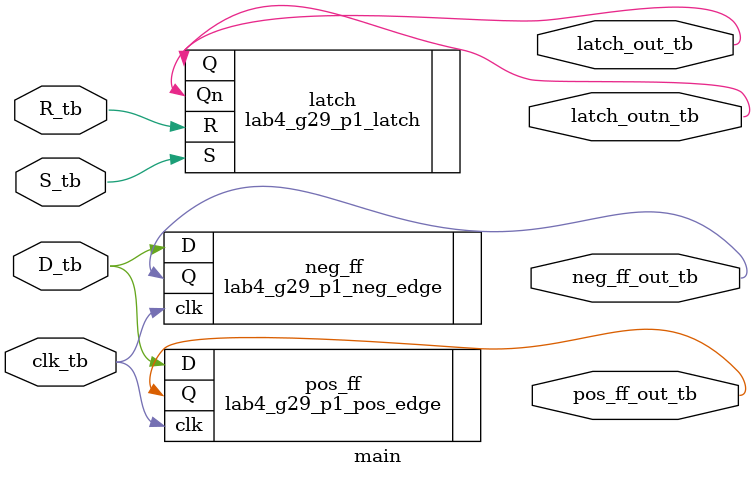
<source format=sv>
module main (
    input logic S_tb,
    input logic R_tb,
    input logic D_tb,
    input logic clk_tb,
    output logic pos_ff_out_tb,
    output logic neg_ff_out_tb,
    output logic latch_out_tb,     // Latch çıkışı
    output logic latch_outn_tb     // Latch komplemanı çıkışı
);

    // Yükselen kenar tetiklemeli D-FlipFlop örneği
    lab4_g29_p1_pos_edge pos_ff (
        .D(D_tb),
        .clk(clk_tb),
        .Q(pos_ff_out_tb)
    );

    // Düşen kenar tetiklemeli D-FlipFlop örneği
    lab4_g29_p1_neg_edge neg_ff (
        .D(D_tb),
        .clk(clk_tb),
        .Q(neg_ff_out_tb)
    );

    // SR Latch örneği
    lab4_g29_p1_latch latch (
        .S(S_tb),
        .R(R_tb),
        .Q(latch_out_tb),
        .Qn(latch_outn_tb)
    );

endmodule

</source>
